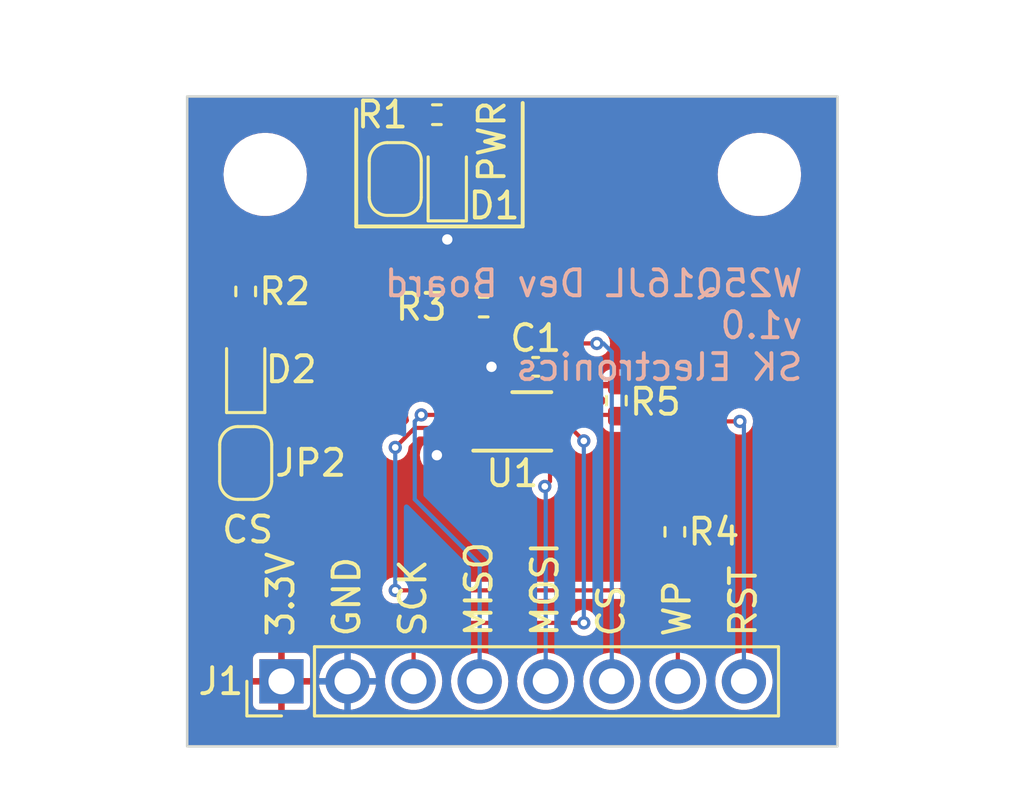
<source format=kicad_pcb>
(kicad_pcb (version 20221018) (generator pcbnew)
  (layers (0 "F.Cu" signal) (31 "B.Cu" signal) (35 "F.Paste" user) (36 "B.SilkS" user "B.Silkscreen") (37 "F.SilkS" user "F.Silkscreen") (38 "B.Mask" user) (39 "F.Mask" user) (44 "Edge.Cuts" user))
  (net 0 "")
  (net 1 "+3.3V")
  (net 2 "GND")
  (net 3 "Net-(D1-A)")
  (net 4 "Net-(D2-K)")
  (net 5 "Net-(D2-A)")
  (net 6 "/SCK")
  (net 7 "/MISO")
  (net 8 "/MOSI")
  (net 9 "/CS")
  (net 10 "/WP")
  (net 11 "/RESET")
  (net 12 "Net-(JP1-A)")
  (footprint "MountingHole:MountingHole_2.7mm_M2.5" (layer "F.Cu") (at 72 53)
    (fp_text reference "REF**" hide)
    (fp_text value "MountingHole_2.7mm_M2.5")
    (pad "" np_thru_hole circle (at 0 0) (size 2.7 2.7) (drill 2.7) (layers "*.Cu" "*.Mask"))
  )
  (footprint "Jumper:SolderJumper-2_P1.3mm_Bridged2Bar_RoundedPad1.0x1.5mm" (layer "F.Cu") (at 58 53.175 -90)
    (fp_text reference "JP1" hide)
    (fp_text value "Jumper_2_Bridged")
    (fp_poly (pts (xy -0.25 -0.6) (xy 0.25 -0.6) (xy 0.25 -0.2) (xy -0.25 -0.2)) (fill solid) (layer "F.Cu"))
    (fp_poly (pts (xy -0.25 0.2) (xy 0.25 0.2) (xy 0.25 0.6) (xy -0.25 0.6)) (fill solid) (layer "F.Cu"))
    (fp_line (start -1.4 0.3) (end -1.4 -0.3) (stroke (width 0.12)) (layer "F.SilkS"))
    (fp_line (start -0.7 -1) (end 0.7 -1) (stroke (width 0.12)) (layer "F.SilkS"))
    (fp_line (start 0.7 1) (end -0.7 1) (stroke (width 0.12)) (layer "F.SilkS"))
    (fp_line (start 1.4 -0.3) (end 1.4 0.3) (stroke (width 0.12)) (layer "F.SilkS"))
    (fp_arc (start -1.4 -0.3) (mid -1.194975 -0.794975) (end -0.7 -1) (stroke (width 0.12)) (layer "F.SilkS"))
    (fp_arc (start -0.7 1) (mid -1.194975 0.794975) (end -1.4 0.3) (stroke (width 0.12)) (layer "F.SilkS"))
    (fp_arc (start 0.7 -1) (mid 1.194975 -0.794975) (end 1.4 -0.3) (stroke (width 0.12)) (layer "F.SilkS"))
    (fp_arc (start 1.4 0.3) (mid 1.194975 0.794975) (end 0.7 1) (stroke (width 0.12)) (layer "F.SilkS"))
    (pad "1" smd custom (at -0.65 0 270) (size 1 0.5) (layers "F.Cu" "F.Mask") (net 12 "Net-(JP1-A)") (options (clearance outline) (anchor rect)) (primitives (gr_circle (center 0 0.25) (end 0.5 0.25) (width 0) (fill yes)) (gr_circle (center 0 -0.25) (end 0.5 -0.25) (width 0) (fill yes)) (gr_poly (pts (xy 0.5 0.75) (xy 0 0.75) (xy 0 -0.75) (xy 0.5 -0.75)) (width 0) (fill yes))))
    (pad "2" smd custom (at 0.65 0 270) (size 1 0.5) (layers "F.Cu" "F.Mask") (net 1 "+3.3V") (options (clearance outline) (anchor rect)) (primitives (gr_circle (center 0 0.25) (end 0.5 0.25) (width 0) (fill yes)) (gr_circle (center 0 -0.25) (end 0.5 -0.25) (width 0) (fill yes)) (gr_poly (pts (xy 0 0.75) (xy -0.5 0.75) (xy -0.5 -0.75) (xy 0 -0.75)) (width 0) (fill yes))))
  )
  (footprint "Connector_PinHeader_2.54mm:PinHeader_1x08_P2.54mm_Vertical" (layer "F.Cu") (at 53.625 72.5 90)
    (fp_text reference "J1" (at 0 -2.33 180) (layer "F.SilkS"))
    (fp_text value "Conn_01x08")
    (fp_line (start -1.33 -1.33) (end 0 -1.33) (stroke (width 0.12)) (layer "F.SilkS"))
    (fp_line (start -1.33 0) (end -1.33 -1.33) (stroke (width 0.12)) (layer "F.SilkS"))
    (fp_line (start -1.33 1.27) (end -1.33 19.11) (stroke (width 0.12)) (layer "F.SilkS"))
    (fp_line (start -1.33 1.27) (end 1.33 1.27) (stroke (width 0.12)) (layer "F.SilkS"))
    (fp_line (start -1.33 19.11) (end 1.33 19.11) (stroke (width 0.12)) (layer "F.SilkS"))
    (fp_line (start 1.33 1.27) (end 1.33 19.11) (stroke (width 0.12)) (layer "F.SilkS"))
    (pad "1" thru_hole rect locked (at 0 0 90) (size 1.7 1.7) (drill 1) (layers "*.Cu" "*.Mask") (net 1 "+3.3V"))
    (pad "2" thru_hole oval locked (at 0 2.54 90) (size 1.7 1.7) (drill 1) (layers "*.Cu" "*.Mask") (net 2 "GND"))
    (pad "3" thru_hole oval locked (at 0 5.08 90) (size 1.7 1.7) (drill 1) (layers "*.Cu" "*.Mask") (net 6 "/SCK"))
    (pad "4" thru_hole oval locked (at 0 7.62 90) (size 1.7 1.7) (drill 1) (layers "*.Cu" "*.Mask") (net 7 "/MISO"))
    (pad "5" thru_hole oval locked (at 0 10.16 90) (size 1.7 1.7) (drill 1) (layers "*.Cu" "*.Mask") (net 8 "/MOSI"))
    (pad "6" thru_hole oval locked (at 0 12.7 90) (size 1.7 1.7) (drill 1) (layers "*.Cu" "*.Mask") (net 9 "/CS"))
    (pad "7" thru_hole oval locked (at 0 15.24 90) (size 1.7 1.7) (drill 1) (layers "*.Cu" "*.Mask") (net 10 "/WP"))
    (pad "8" thru_hole oval locked (at 0 17.78 90) (size 1.7 1.7) (drill 1) (layers "*.Cu" "*.Mask") (net 11 "/RESET"))
  )
  (footprint "Package_DFN_QFN:DFN-8-1EP_3x2mm_P0.5mm_EP1.3x1.5mm" (layer "F.Cu") (at 62.5 62.5)
    (fp_text reference "U1" (at 0 2) (layer "F.SilkS"))
    (fp_text value "W25Q16JLUXIG")
    (fp_line (start -1.5 1.125) (end 1.5 1.125) (stroke (width 0.15)) (layer "F.SilkS"))
    (fp_line (start 0 -1.125) (end 1.5 -1.125) (stroke (width 0.15)) (layer "F.SilkS"))
    (pad "1" smd rect (at -1.45 -0.75) (size 0.75 0.3) (layers "F.Cu" "F.Paste" "F.Mask") (net 9 "/CS"))
    (pad "2" smd rect (at -1.45 -0.25) (size 0.75 0.3) (layers "F.Cu" "F.Paste" "F.Mask") (net 7 "/MISO"))
    (pad "3" smd rect (at -1.45 0.25) (size 0.75 0.3) (layers "F.Cu" "F.Paste" "F.Mask") (net 10 "/WP"))
    (pad "4" smd rect (at -1.45 0.75) (size 0.75 0.3) (layers "F.Cu" "F.Paste" "F.Mask") (net 2 "GND"))
    (pad "5" smd rect (at 1.45 0.75) (size 0.75 0.3) (layers "F.Cu" "F.Paste" "F.Mask") (net 8 "/MOSI"))
    (pad "6" smd rect (at 1.45 0.25) (size 0.75 0.3) (layers "F.Cu" "F.Paste" "F.Mask") (net 6 "/SCK"))
    (pad "7" smd rect (at 1.45 -0.25) (size 0.75 0.3) (layers "F.Cu" "F.Paste" "F.Mask") (net 11 "/RESET"))
    (pad "8" smd rect (at 1.45 -0.75) (size 0.75 0.3) (layers "F.Cu" "F.Paste" "F.Mask") (net 1 "+3.3V"))
    (pad "9" smd rect (at 0 0) (size 1.3 1.5) (layers "F.Cu" "F.Mask"))
  )
  (footprint "Resistor_SMD:R_0402_1005Metric_Pad0.72x0.64mm_HandSolder" (layer "F.Cu") (at 59.6 50.7)
    (fp_text reference "R1" (at -2.1 0) (layer "F.SilkS"))
    (fp_text value "4.7k")
    (fp_line (start -0.167621 -0.38) (end 0.167621 -0.38) (stroke (width 0.12)) (layer "F.SilkS"))
    (fp_line (start -0.167621 0.38) (end 0.167621 0.38) (stroke (width 0.12)) (layer "F.SilkS"))
    (pad "1" smd roundrect (at -0.5975 0) (size 0.715 0.64) (layers "F.Cu" "F.Paste" "F.Mask") (net 12 "Net-(JP1-A)"))
    (pad "2" smd roundrect (at 0.5975 0) (size 0.715 0.64) (layers "F.Cu" "F.Paste" "F.Mask") (net 3 "Net-(D1-A)"))
  )
  (footprint "LED_SMD:LED_0603_1608Metric_Pad1.05x0.95mm_HandSolder" (layer "F.Cu") (at 60 53.125 90)
    (fp_text reference "D1" (at -1.075 1.8 180) (layer "F.SilkS"))
    (fp_text value "LED_Small")
    (fp_line (start -1.66 -0.735) (end -1.66 0.735) (stroke (width 0.12)) (layer "F.SilkS"))
    (fp_line (start -1.66 0.735) (end 0.8 0.735) (stroke (width 0.12)) (layer "F.SilkS"))
    (fp_line (start 0.8 -0.735) (end -1.66 -0.735) (stroke (width 0.12)) (layer "F.SilkS"))
    (pad "1" smd roundrect (at -0.875 0 90) (size 1.05 0.95) (layers "F.Cu" "F.Paste" "F.Mask") (net 2 "GND"))
    (pad "2" smd roundrect (at 0.875 0 90) (size 1.05 0.95) (layers "F.Cu" "F.Paste" "F.Mask") (net 3 "Net-(D1-A)"))
  )
  (footprint "Resistor_SMD:R_0402_1005Metric_Pad0.72x0.64mm_HandSolder" (layer "F.Cu") (at 66.5 61.7 -90)
    (fp_text reference "R5" (at 0.05 -1.5 -180) (layer "F.SilkS"))
    (fp_text value "4.7k")
    (fp_line (start -0.167621 -0.38) (end 0.167621 -0.38) (stroke (width 0.12)) (layer "F.SilkS"))
    (fp_line (start -0.167621 0.38) (end 0.167621 0.38) (stroke (width 0.12)) (layer "F.SilkS"))
    (pad "1" smd roundrect (at -0.5975 0 270) (size 0.715 0.64) (layers "F.Cu" "F.Paste" "F.Mask") (net 1 "+3.3V"))
    (pad "2" smd roundrect (at 0.5975 0 270) (size 0.715 0.64) (layers "F.Cu" "F.Paste" "F.Mask") (net 11 "/RESET"))
  )
  (footprint "Jumper:SolderJumper-2_P1.3mm_Bridged2Bar_RoundedPad1.0x1.5mm" (layer "F.Cu") (at 52.25 64.1 90)
    (fp_text reference "JP2" (at 0 2.5 180) (layer "F.SilkS"))
    (fp_text value "Jumper_2_Bridged")
    (fp_poly (pts (xy -0.25 -0.6) (xy 0.25 -0.6) (xy 0.25 -0.2) (xy -0.25 -0.2)) (fill solid) (layer "F.Cu"))
    (fp_poly (pts (xy -0.25 0.2) (xy 0.25 0.2) (xy 0.25 0.6) (xy -0.25 0.6)) (fill solid) (layer "F.Cu"))
    (fp_line (start -1.4 0.3) (end -1.4 -0.3) (stroke (width 0.12)) (layer "F.SilkS"))
    (fp_line (start -0.7 -1) (end 0.7 -1) (stroke (width 0.12)) (layer "F.SilkS"))
    (fp_line (start 0.7 1) (end -0.7 1) (stroke (width 0.12)) (layer "F.SilkS"))
    (fp_line (start 1.4 -0.3) (end 1.4 0.3) (stroke (width 0.12)) (layer "F.SilkS"))
    (fp_arc (start -1.4 -0.3) (mid -1.194975 -0.794975) (end -0.7 -1) (stroke (width 0.12)) (layer "F.SilkS"))
    (fp_arc (start -0.7 1) (mid -1.194975 0.794975) (end -1.4 0.3) (stroke (width 0.12)) (layer "F.SilkS"))
    (fp_arc (start 0.7 -1) (mid 1.194975 -0.794975) (end 1.4 -0.3) (stroke (width 0.12)) (layer "F.SilkS"))
    (fp_arc (start 1.4 0.3) (mid 1.194975 0.794975) (end 0.7 1) (stroke (width 0.12)) (layer "F.SilkS"))
    (pad "1" smd custom (at -0.65 0 90) (size 1 0.5) (layers "F.Cu" "F.Mask") (net 9 "/CS") (options (clearance outline) (anchor rect)) (primitives (gr_circle (center 0 0.25) (end 0.5 0.25) (width 0) (fill yes)) (gr_circle (center 0 -0.25) (end 0.5 -0.25) (width 0) (fill yes)) (gr_poly (pts (xy 0.5 0.75) (xy 0 0.75) (xy 0 -0.75) (xy 0.5 -0.75)) (width 0) (fill yes))))
    (pad "2" smd custom (at 0.65 0 90) (size 1 0.5) (layers "F.Cu" "F.Mask") (net 4 "Net-(D2-K)") (options (clearance outline) (anchor rect)) (primitives (gr_circle (center 0 0.25) (end 0.5 0.25) (width 0) (fill yes)) (gr_circle (center 0 -0.25) (end 0.5 -0.25) (width 0) (fill yes)) (gr_poly (pts (xy 0 0.75) (xy -0.5 0.75) (xy -0.5 -0.75) (xy 0 -0.75)) (width 0) (fill yes))))
  )
  (footprint "Capacitor_SMD:C_0402_1005Metric_Pad0.74x0.62mm_HandSolder" (layer "F.Cu") (at 63.4 60.4 180)
    (fp_text reference "C1" (at 0 1.1) (layer "F.SilkS"))
    (fp_text value "0.1u")
    (fp_line (start -0.115835 -0.36) (end 0.115835 -0.36) (stroke (width 0.12)) (layer "F.SilkS"))
    (fp_line (start -0.115835 0.36) (end 0.115835 0.36) (stroke (width 0.12)) (layer "F.SilkS"))
    (pad "1" smd roundrect (at -0.5675 0 180) (size 0.735 0.62) (layers "F.Cu" "F.Paste" "F.Mask") (net 1 "+3.3V"))
    (pad "2" smd roundrect (at 0.5675 0 180) (size 0.735 0.62) (layers "F.Cu" "F.Paste" "F.Mask") (net 2 "GND"))
  )
  (footprint "Resistor_SMD:R_0402_1005Metric_Pad0.72x0.64mm_HandSolder" (layer "F.Cu") (at 52.25 57.5 -90)
    (fp_text reference "R2" (at 0 -1.5 -180) (layer "F.SilkS"))
    (fp_text value "4.7k")
    (fp_line (start -0.167621 -0.38) (end 0.167621 -0.38) (stroke (width 0.12)) (layer "F.SilkS"))
    (fp_line (start -0.167621 0.38) (end 0.167621 0.38) (stroke (width 0.12)) (layer "F.SilkS"))
    (pad "1" smd roundrect (at -0.5975 0 270) (size 0.715 0.64) (layers "F.Cu" "F.Paste" "F.Mask") (net 1 "+3.3V"))
    (pad "2" smd roundrect (at 0.5975 0 270) (size 0.715 0.64) (layers "F.Cu" "F.Paste" "F.Mask") (net 5 "Net-(D2-A)"))
  )
  (footprint "MountingHole:MountingHole_2.7mm_M2.5" (layer "F.Cu") (at 53 53)
    (fp_text reference "REF**" hide)
    (fp_text value "MountingHole_2.7mm_M2.5")
    (pad "" np_thru_hole circle (at 0 0) (size 2.7 2.7) (drill 2.7) (layers "*.Cu" "*.Mask"))
  )
  (footprint "Resistor_SMD:R_0402_1005Metric_Pad0.72x0.64mm_HandSolder" (layer "F.Cu") (at 61.4 58.1 180)
    (fp_text reference "R3" (at 2.4 0) (layer "F.SilkS"))
    (fp_text value "4.7k")
    (fp_line (start -0.167621 -0.38) (end 0.167621 -0.38) (stroke (width 0.12)) (layer "F.SilkS"))
    (fp_line (start -0.167621 0.38) (end 0.167621 0.38) (stroke (width 0.12)) (layer "F.SilkS"))
    (pad "1" smd roundrect (at -0.5975 0 180) (size 0.715 0.64) (layers "F.Cu" "F.Paste" "F.Mask") (net 1 "+3.3V"))
    (pad "2" smd roundrect (at 0.5975 0 180) (size 0.715 0.64) (layers "F.Cu" "F.Paste" "F.Mask") (net 9 "/CS"))
  )
  (footprint "LED_SMD:LED_0603_1608Metric_Pad1.05x0.95mm_HandSolder" (layer "F.Cu") (at 52.25 60.5 90)
    (fp_text reference "D2" (at 0 1.75 180) (layer "F.SilkS"))
    (fp_text value "LED_Small")
    (fp_line (start -1.66 -0.735) (end -1.66 0.735) (stroke (width 0.12)) (layer "F.SilkS"))
    (fp_line (start -1.66 0.735) (end 0.8 0.735) (stroke (width 0.12)) (layer "F.SilkS"))
    (fp_line (start 0.8 -0.735) (end -1.66 -0.735) (stroke (width 0.12)) (layer "F.SilkS"))
    (pad "1" smd roundrect (at -0.875 0 90) (size 1.05 0.95) (layers "F.Cu" "F.Paste" "F.Mask") (net 4 "Net-(D2-K)"))
    (pad "2" smd roundrect (at 0.875 0 90) (size 1.05 0.95) (layers "F.Cu" "F.Paste" "F.Mask") (net 5 "Net-(D2-A)"))
  )
  (footprint "Resistor_SMD:R_0402_1005Metric_Pad0.72x0.64mm_HandSolder" (layer "F.Cu") (at 68.75 66.75 -90)
    (fp_text reference "R4" (at 0 -1.5 -180) (layer "F.SilkS"))
    (fp_text value "4.7k")
    (fp_line (start -0.167621 -0.38) (end 0.167621 -0.38) (stroke (width 0.12)) (layer "F.SilkS"))
    (fp_line (start -0.167621 0.38) (end 0.167621 0.38) (stroke (width 0.12)) (layer "F.SilkS"))
    (pad "1" smd roundrect (at -0.5975 0 270) (size 0.715 0.64) (layers "F.Cu" "F.Paste" "F.Mask") (net 1 "+3.3V"))
    (pad "2" smd roundrect (at 0.5975 0 270) (size 0.715 0.64) (layers "F.Cu" "F.Paste" "F.Mask") (net 10 "/WP"))
  )
  (gr_line (start 62.9 55) (end 62.9 50.25) (stroke (width 0.15)) (layer "F.SilkS"))
  (gr_line (start 56.5 55) (end 62.9 55) (stroke (width 0.15)) (layer "F.SilkS"))
  (gr_line (start 56.5 50.5) (end 56.5 55) (stroke (width 0.15)) (layer "F.SilkS"))
  (gr_rect locked (start 50 50) (end 75 75) (stroke (width 0.1)) (fill none) (layer "Edge.Cuts"))
  (gr_text "W25Q16JL Dev Board\nv1.0\nSK Electronics" (at 73.75 61) (layer "B.SilkS") (effects (font (size 1 1)) (justify left bottom mirror)))
  (gr_text "CS" (at 51.25 67.25) (layer "F.SilkS") (effects (font (size 1 1)) (justify left bottom)))
  (gr_text "CS" (at 66.294 70.866 90) (layer "F.SilkS") (effects (font (size 1 1)) (justify left)))
  (gr_text "3.3V" (at 53.594 70.866 90) (layer "F.SilkS") (effects (font (size 1 1)) (justify left)))
  (gr_text "MISO" (at 61.214 70.866 90) (layer "F.SilkS") (effects (font (size 1 1)) (justify left)))
  (gr_text "SCK" (at 58.674 70.866 90) (layer "F.SilkS") (effects (font (size 1 1)) (justify left)))
  (gr_text "MOSI" (at 63.754 70.866 90) (layer "F.SilkS") (effects (font (size 1 1)) (justify left)))
  (gr_text "RST" (at 71.374 70.866 90) (layer "F.SilkS") (effects (font (size 1 1)) (justify left)))
  (gr_text "PWR" (at 62.3 53.4 90) (layer "F.SilkS") (effects (font (size 1 1)) (justify left bottom)))
  (gr_text "WP" (at 68.834 70.866 90) (layer "F.SilkS") (effects (font (size 1 1)) (justify left)))
  (gr_text "GND\n" (at 56.134 70.866 90) (layer "F.SilkS") (effects (font (size 1 1)) (justify left)))
  (segment (start 63.95 61.75) (end 63.95 60.4175) (width 0.25) (layer "F.Cu") (net 1))
  (segment (start 63.95 60.4175) (end 63.9675 60.4) (width 0.25) (layer "F.Cu") (net 1))
  (segment (start 60.15 63.25) (end 59.6 63.8) (width 0.25) (layer "F.Cu") (net 2))
  (segment (start 62.8325 60.4) (end 61.7 60.4) (width 0.25) (layer "F.Cu") (net 2))
  (segment (start 60 54) (end 60 55.5) (width 0.25) (layer "F.Cu") (net 2))
  (segment (start 61.05 63.25) (end 60.15 63.25) (width 0.25) (layer "F.Cu") (net 2))
  (via (at 61.7 60.4) (size 0.8) (drill 0.4) (layers "F.Cu" "B.Cu") (net 2))
  (via (at 60 55.5) (size 0.8) (drill 0.4) (layers "F.Cu" "B.Cu") (net 2))
  (via (at 59.6 63.8) (size 0.8) (drill 0.4) (layers "F.Cu" "B.Cu") (net 2))
  (segment (start 60 52.25) (end 60 50.8975) (width 0.16) (layer "F.Cu") (net 3))
  (segment (start 60 50.8975) (end 60.1975 50.7) (width 0.16) (layer "F.Cu") (net 3))
  (segment (start 52.25 63.45) (end 52.25 61.375) (width 0.16) (layer "F.Cu") (net 4))
  (segment (start 52.25 59.625) (end 52.25 58.0975) (width 0.16) (layer "F.Cu") (net 5))
  (segment (start 65.25 70.25) (end 58.75 70.25) (width 0.16) (layer "F.Cu") (net 6))
  (segment (start 58.705 72.5) (end 58.705 70.295) (width 0.16) (layer "F.Cu") (net 6))
  (segment (start 58.705 70.295) (end 58.75 70.25) (width 0.16) (layer "F.Cu") (net 6))
  (segment (start 64.75 62.75) (end 65.25 63.25) (width 0.16) (layer "F.Cu") (net 6))
  (segment (start 63.95 62.75) (end 64.75 62.75) (width 0.16) (layer "F.Cu") (net 6))
  (via (at 65.25 70.25) (size 0.508) (drill 0.254) (layers "F.Cu" "B.Cu") (net 6))
  (via (at 65.25 63.25) (size 0.508) (drill 0.254) (layers "F.Cu" "B.Cu") (net 6))
  (segment (start 65.25 63.25) (end 65.25 70.25) (width 0.16) (layer "B.Cu") (net 6))
  (segment (start 61.05 62.25) (end 59 62.25) (width 0.16) (layer "F.Cu") (net 7))
  (via (at 59 62.25) (size 0.508) (drill 0.254) (layers "F.Cu" "B.Cu") (net 7))
  (segment (start 59 62.25) (end 58.75 62.5) (width 0.16) (layer "B.Cu") (net 7))
  (segment (start 61.245 67.995) (end 61.245 72.5) (width 0.16) (layer "B.Cu") (net 7))
  (segment (start 58.75 65.5) (end 61.245 67.995) (width 0.16) (layer "B.Cu") (net 7))
  (segment (start 58.75 62.5) (end 58.75 65.5) (width 0.16) (layer "B.Cu") (net 7))
  (segment (start 63.75 65) (end 63.95 64.8) (width 0.16) (layer "F.Cu") (net 8))
  (segment (start 63.95 72.335) (end 63.785 72.5) (width 0.16) (layer "F.Cu") (net 8))
  (segment (start 63.95 64.8) (end 63.95 63.25) (width 0.16) (layer "F.Cu") (net 8))
  (via (at 63.75 65) (size 0.508) (drill 0.254) (layers "F.Cu" "B.Cu") (net 8))
  (segment (start 63.785 65.035) (end 63.75 65) (width 0.16) (layer "B.Cu") (net 8))
  (segment (start 63.785 72.5) (end 63.785 65.035) (width 0.16) (layer "B.Cu") (net 8))
  (segment (start 60.25 61.75) (end 58.25 59.75) (width 0.16) (layer "F.Cu") (net 9))
  (segment (start 60.75 59.5) (end 60.75 58.1525) (width 0.16) (layer "F.Cu") (net 9))
  (segment (start 58.25 59.75) (end 59.9 58.1) (width 0.16) (layer "F.Cu") (net 9))
  (segment (start 60.75 58.1525) (end 60.8025 58.1) (width 0.16) (layer "F.Cu") (net 9))
  (segment (start 61.05 61.75) (end 60.25 61.75) (width 0.16) (layer "F.Cu") (net 9))
  (segment (start 53.25 64.75) (end 58.25 59.75) (width 0.16) (layer "F.Cu") (net 9))
  (segment (start 65.75 59.5) (end 60.75 59.5) (width 0.16) (layer "F.Cu") (net 9))
  (segment (start 59.9 58.1) (end 60.8025 58.1) (width 0.16) (layer "F.Cu") (net 9))
  (segment (start 52.25 64.75) (end 53.25 64.75) (width 0.16) (layer "F.Cu") (net 9))
  (via (at 65.75 59.5) (size 0.508) (drill 0.254) (layers "F.Cu" "B.Cu") (net 9))
  (segment (start 66 59.5) (end 65.75 59.5) (width 0.16) (layer "B.Cu") (net 9))
  (segment (start 66.325 72.5) (end 66.325 59.825) (width 0.16) (layer "B.Cu") (net 9))
  (segment (start 66.325 59.825) (end 66 59.5) (width 0.16) (layer "B.Cu") (net 9))
  (segment (start 68.865 67.4625) (end 68.865 69) (width 0.16) (layer "F.Cu") (net 10))
  (segment (start 68.75 67.3475) (end 68.865 67.4625) (width 0.16) (layer "F.Cu") (net 10))
  (segment (start 58.75 62.75) (end 58 63.5) (width 0.16) (layer "F.Cu") (net 10))
  (segment (start 58 69) (end 68.865 69) (width 0.16) (layer "F.Cu") (net 10))
  (segment (start 68.865 69) (end 68.865 72.5) (width 0.16) (layer "F.Cu") (net 10))
  (segment (start 61.05 62.75) (end 58.75 62.75) (width 0.16) (layer "F.Cu") (net 10))
  (via (at 58 63.5) (size 0.508) (drill 0.254) (layers "F.Cu" "B.Cu") (net 10))
  (via (at 58 69) (size 0.508) (drill 0.254) (layers "F.Cu" "B.Cu") (net 10))
  (segment (start 58 63.5) (end 58 69) (width 0.16) (layer "B.Cu") (net 10))
  (segment (start 66.4525 62.25) (end 66.5 62.2975) (width 0.16) (layer "F.Cu") (net 11))
  (segment (start 63.95 62.25) (end 66.4525 62.25) (width 0.16) (layer "F.Cu") (net 11))
  (segment (start 66.7025 62.5) (end 66.5 62.2975) (width 0.16) (layer "F.Cu") (net 11))
  (segment (start 71.25 62.5) (end 66.7025 62.5) (width 0.16) (layer "F.Cu") (net 11))
  (via (at 71.25 62.5) (size 0.508) (drill 0.254) (layers "F.Cu" "B.Cu") (net 11))
  (segment (start 71.405 72.5) (end 71.405 62.655) (width 0.16) (layer "B.Cu") (net 11))
  (segment (start 71.405 62.655) (end 71.25 62.5) (width 0.16) (layer "B.Cu") (net 11))
  (segment (start 58 52.525) (end 58 51.7025) (width 0.16) (layer "F.Cu") (net 12))
  (segment (start 58 51.7025) (end 59.0025 50.7) (width 0.16) (layer "F.Cu") (net 12))
  (zone locked (net 0) (net_name "") (layer "F.Cu") (connect_pads (clearance 0)) (min_thickness 0.2)
    (keepout (tracks allowed) (vias allowed) (pads allowed) (copperpour not_allowed) (footprints allowed))
    (fill (thermal_gap 0.25) (thermal_bridge_width 0.25))
    (polygon (pts (xy 65 60.6) (xy 63 60.6) (xy 63 61.85) (xy 65 61.85)))
  )
  (zone locked (net 1) (net_name "+3.3V") (layer "F.Cu") (priority 1) (connect_pads (clearance 0.25)) (min_thickness 0.2) (fill yes (thermal_gap 0.25) (thermal_bridge_width 0.25))
    (polygon (pts (xy 50 50) (xy 50 75) (xy 75 75) (xy 75 50)))
  )
  (zone locked (net 2) (net_name "GND") (layer "B.Cu") (connect_pads (clearance 0.25)) (min_thickness 0.2) (fill yes (thermal_gap 0.25) (thermal_bridge_width 0.25))
    (polygon (pts (xy 50 50) (xy 50 75) (xy 75 75) (xy 75 50)))
  )
)
</source>
